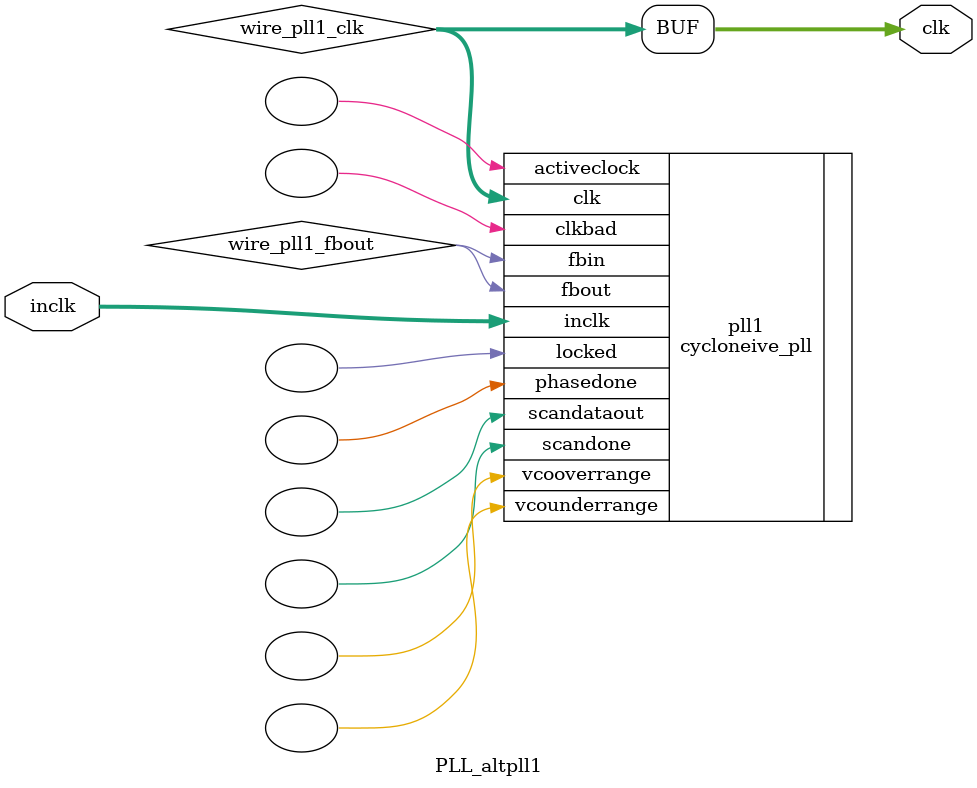
<source format=v>






//synthesis_resources = cycloneive_pll 1 
//synopsys translate_off
`timescale 1 ps / 1 ps
//synopsys translate_on
module  PLL_altpll1
	( 
	clk,
	inclk) /* synthesis synthesis_clearbox=1 */;
	output   [4:0]  clk;
	input   [1:0]  inclk;
`ifndef ALTERA_RESERVED_QIS
// synopsys translate_off
`endif
	tri0   [1:0]  inclk;
`ifndef ALTERA_RESERVED_QIS
// synopsys translate_on
`endif

	wire  [4:0]   wire_pll1_clk;
	wire  wire_pll1_fbout;

	cycloneive_pll   pll1
	( 
	.activeclock(),
	.clk(wire_pll1_clk),
	.clkbad(),
	.fbin(wire_pll1_fbout),
	.fbout(wire_pll1_fbout),
	.inclk(inclk),
	.locked(),
	.phasedone(),
	.scandataout(),
	.scandone(),
	.vcooverrange(),
	.vcounderrange()
	`ifndef FORMAL_VERIFICATION
	// synopsys translate_off
	`endif
	,
	.areset(1'b0),
	.clkswitch(1'b0),
	.configupdate(1'b0),
	.pfdena(1'b1),
	.phasecounterselect({3{1'b0}}),
	.phasestep(1'b0),
	.phaseupdown(1'b0),
	.scanclk(1'b0),
	.scanclkena(1'b1),
	.scandata(1'b0)
	`ifndef FORMAL_VERIFICATION
	// synopsys translate_on
	`endif
	);
	defparam
		pll1.bandwidth_type = "auto",
		pll1.clk0_divide_by = 1,
		pll1.clk0_duty_cycle = 50,
		pll1.clk0_multiply_by = 8,
		pll1.clk0_phase_shift = "0",
		pll1.compensate_clock = "clk0",
		pll1.inclk0_input_frequency = 20000,
		pll1.operation_mode = "normal",
		pll1.pll_type = "auto",
		pll1.lpm_type = "cycloneive_pll";
	assign
		clk = {wire_pll1_clk[4:0]};
endmodule //PLL_altpll1
//VALID FILE

</source>
